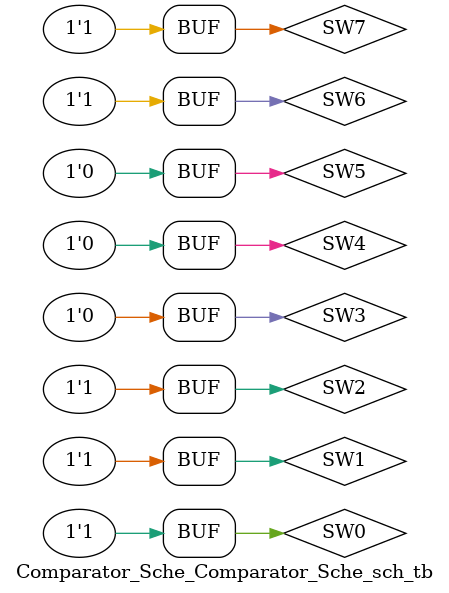
<source format=v>

`timescale 1ns / 1ps

module Comparator_Sche_Comparator_Sche_sch_tb();

// Inputs
   reg SW7;
   reg SW6;
   reg SW5;
   reg SW4;
   reg SW3;
   reg SW2;
   reg SW1;
   reg SW0;

// Output
   wire CE;
   wire CC;
   wire CD;
   wire CG;

// Bidirs

// Instantiate the UUT
   Comparator_Sche UUT (
		.SW6(SW6), 
		.SW2(SW2), 
		.SW7(SW7), 
		.SW3(SW3), 
		.SW5(SW5), 
		.SW1(SW1), 
		.SW4(SW4), 
		.SW0(SW0), 
		.CE(CE), 
		.CC(CC), 
		.CD(CD), 
		.CG(CG)
   );
// Initialize Inputs
       initial begin
		SW6 = 0;
		SW2 = 0;
		SW7 = 0;
		SW3 = 0;
		SW5 = 0;
		SW1 = 0;
		SW4 = 0;
		SW0 = 0;
		#100 {SW7,SW6,SW5,SW4,SW3,SW2,SW1,SW0}=00010000;
		#100 {SW7,SW6,SW5,SW4,SW3,SW2,SW1,SW0}=10011011;
		#100 {SW7,SW6,SW5,SW4,SW3,SW2,SW1,SW0}=11101111;
		#100 {SW7,SW6,SW5,SW4,SW3,SW2,SW1,SW0}=11111111;
		end
endmodule

</source>
